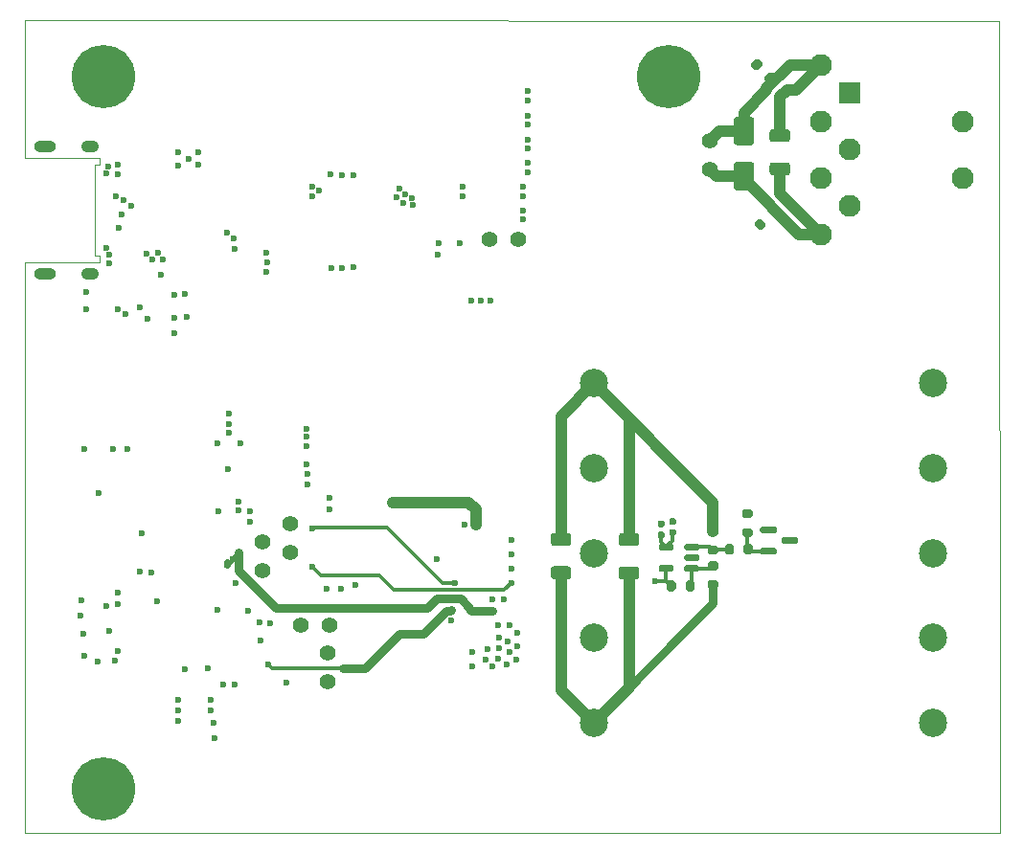
<source format=gbl>
G04 #@! TF.GenerationSoftware,KiCad,Pcbnew,9.0.1+1*
G04 #@! TF.CreationDate,2025-09-08T09:16:19+00:00*
G04 #@! TF.ProjectId,c64psu,63363470-7375-42e6-9b69-6361645f7063,rev?*
G04 #@! TF.SameCoordinates,Original*
G04 #@! TF.FileFunction,Copper,L4,Bot*
G04 #@! TF.FilePolarity,Positive*
%FSLAX46Y46*%
G04 Gerber Fmt 4.6, Leading zero omitted, Abs format (unit mm)*
G04 Created by KiCad (PCBNEW 9.0.1+1) date 2025-09-08 09:16:19*
%MOMM*%
%LPD*%
G01*
G04 APERTURE LIST*
G04 #@! TA.AperFunction,Profile*
%ADD10C,0.050000*%
G04 #@! TD*
G04 #@! TA.AperFunction,ComponentPad*
%ADD11C,2.500000*%
G04 #@! TD*
G04 #@! TA.AperFunction,ComponentPad*
%ADD12C,1.400000*%
G04 #@! TD*
G04 #@! TA.AperFunction,ComponentPad*
%ADD13C,3.600000*%
G04 #@! TD*
G04 #@! TA.AperFunction,ConnectorPad*
%ADD14C,5.600000*%
G04 #@! TD*
G04 #@! TA.AperFunction,ComponentPad*
%ADD15O,1.550000X1.050000*%
G04 #@! TD*
G04 #@! TA.AperFunction,ComponentPad*
%ADD16O,1.950000X1.050000*%
G04 #@! TD*
G04 #@! TA.AperFunction,ComponentPad*
%ADD17C,1.950000*%
G04 #@! TD*
G04 #@! TA.AperFunction,ComponentPad*
%ADD18R,1.950000X1.950000*%
G04 #@! TD*
G04 #@! TA.AperFunction,ViaPad*
%ADD19C,0.600000*%
G04 #@! TD*
G04 #@! TA.AperFunction,Conductor*
%ADD20C,1.000000*%
G04 #@! TD*
G04 #@! TA.AperFunction,Conductor*
%ADD21C,0.300000*%
G04 #@! TD*
G04 #@! TA.AperFunction,Conductor*
%ADD22C,0.800000*%
G04 #@! TD*
G04 #@! TA.AperFunction,Conductor*
%ADD23C,0.600000*%
G04 #@! TD*
G04 #@! TA.AperFunction,Conductor*
%ADD24C,0.400000*%
G04 #@! TD*
G04 APERTURE END LIST*
D10*
X219224551Y-37033468D02*
X219250062Y-108900624D01*
X133100087Y-108875624D01*
X133075074Y-58400000D01*
X139675000Y-58400000D01*
X139675000Y-57800000D01*
X139250000Y-57800000D01*
X139250000Y-49750000D01*
X139700000Y-49750000D01*
X139700000Y-49150000D01*
X133075000Y-49150000D01*
X133075000Y-37008468D01*
X219224551Y-37033468D01*
D11*
X183370000Y-69110000D03*
X183370000Y-76610000D03*
X183370000Y-84110000D03*
X183370000Y-91610000D03*
X183370000Y-99110000D03*
X213370000Y-69110000D03*
X213370000Y-76610000D03*
X213370000Y-84110000D03*
X213370000Y-91610000D03*
X213370000Y-99110000D03*
D12*
X157500000Y-90520000D03*
X160040000Y-90520000D03*
X159870000Y-92960001D03*
X159870000Y-95500001D03*
D13*
X190000000Y-42000000D03*
D14*
X190000000Y-42000000D03*
D12*
X156510000Y-84019999D03*
X156510000Y-81479999D03*
D15*
X138850000Y-48155000D03*
X138850000Y-59395000D03*
D16*
X134850000Y-48155000D03*
X134850000Y-59395000D03*
D12*
X154120000Y-83130000D03*
X154120000Y-85670000D03*
D13*
X140000000Y-105000000D03*
D14*
X140000000Y-105000000D03*
D12*
X174170300Y-56365150D03*
X176710300Y-56365150D03*
D17*
X215980000Y-50940000D03*
X215980000Y-45940000D03*
D18*
X205980000Y-43440000D03*
D17*
X205980000Y-48440000D03*
X205980000Y-53440000D03*
X203480000Y-45940000D03*
X203480000Y-50940000D03*
X203480000Y-40940000D03*
X203480000Y-55940000D03*
D12*
X193598800Y-50170399D03*
X193598800Y-47630399D03*
D13*
X140000000Y-42000000D03*
D14*
X140000000Y-42000000D03*
G04 #@! TA.AperFunction,SMDPad,CuDef*
G36*
G01*
X197296800Y-52036802D02*
X195996800Y-52036802D01*
G75*
G02*
X195746800Y-51786802I0J250000D01*
G01*
X195746800Y-49786802D01*
G75*
G02*
X195996800Y-49536802I250000J0D01*
G01*
X197296800Y-49536802D01*
G75*
G02*
X197546800Y-49786802I0J-250000D01*
G01*
X197546800Y-51786802D01*
G75*
G02*
X197296800Y-52036802I-250000J0D01*
G01*
G37*
G04 #@! TD.AperFunction*
G04 #@! TA.AperFunction,SMDPad,CuDef*
G36*
G01*
X197296800Y-48036800D02*
X195996800Y-48036800D01*
G75*
G02*
X195746800Y-47786800I0J250000D01*
G01*
X195746800Y-45786800D01*
G75*
G02*
X195996800Y-45536800I250000J0D01*
G01*
X197296800Y-45536800D01*
G75*
G02*
X197546800Y-45786800I0J-250000D01*
G01*
X197546800Y-47786800D01*
G75*
G02*
X197296800Y-48036800I-250000J0D01*
G01*
G37*
G04 #@! TD.AperFunction*
G04 #@! TA.AperFunction,SMDPad,CuDef*
G36*
G01*
X193628600Y-84830200D02*
X194178600Y-84830200D01*
G75*
G02*
X194378600Y-85030200I0J-200000D01*
G01*
X194378600Y-85430200D01*
G75*
G02*
X194178600Y-85630200I-200000J0D01*
G01*
X193628600Y-85630200D01*
G75*
G02*
X193428600Y-85430200I0J200000D01*
G01*
X193428600Y-85030200D01*
G75*
G02*
X193628600Y-84830200I200000J0D01*
G01*
G37*
G04 #@! TD.AperFunction*
G04 #@! TA.AperFunction,SMDPad,CuDef*
G36*
G01*
X193628600Y-86480200D02*
X194178600Y-86480200D01*
G75*
G02*
X194378600Y-86680200I0J-200000D01*
G01*
X194378600Y-87080200D01*
G75*
G02*
X194178600Y-87280200I-200000J0D01*
G01*
X193628600Y-87280200D01*
G75*
G02*
X193428600Y-87080200I0J200000D01*
G01*
X193428600Y-86680200D01*
G75*
G02*
X193628600Y-86480200I200000J0D01*
G01*
G37*
G04 #@! TD.AperFunction*
G04 #@! TA.AperFunction,SMDPad,CuDef*
G36*
G01*
X192706400Y-83431201D02*
X192706400Y-83731201D01*
G75*
G02*
X192556400Y-83881201I-150000J0D01*
G01*
X191531400Y-83881201D01*
G75*
G02*
X191381400Y-83731201I0J150000D01*
G01*
X191381400Y-83431201D01*
G75*
G02*
X191531400Y-83281201I150000J0D01*
G01*
X192556400Y-83281201D01*
G75*
G02*
X192706400Y-83431201I0J-150000D01*
G01*
G37*
G04 #@! TD.AperFunction*
G04 #@! TA.AperFunction,SMDPad,CuDef*
G36*
G01*
X192706400Y-84381200D02*
X192706400Y-84681200D01*
G75*
G02*
X192556400Y-84831200I-150000J0D01*
G01*
X191531400Y-84831200D01*
G75*
G02*
X191381400Y-84681200I0J150000D01*
G01*
X191381400Y-84381200D01*
G75*
G02*
X191531400Y-84231200I150000J0D01*
G01*
X192556400Y-84231200D01*
G75*
G02*
X192706400Y-84381200I0J-150000D01*
G01*
G37*
G04 #@! TD.AperFunction*
G04 #@! TA.AperFunction,SMDPad,CuDef*
G36*
G01*
X192706400Y-85331199D02*
X192706400Y-85631199D01*
G75*
G02*
X192556400Y-85781199I-150000J0D01*
G01*
X191531400Y-85781199D01*
G75*
G02*
X191381400Y-85631199I0J150000D01*
G01*
X191381400Y-85331199D01*
G75*
G02*
X191531400Y-85181199I150000J0D01*
G01*
X192556400Y-85181199D01*
G75*
G02*
X192706400Y-85331199I0J-150000D01*
G01*
G37*
G04 #@! TD.AperFunction*
G04 #@! TA.AperFunction,SMDPad,CuDef*
G36*
G01*
X190431400Y-85331199D02*
X190431400Y-85631199D01*
G75*
G02*
X190281400Y-85781199I-150000J0D01*
G01*
X189256400Y-85781199D01*
G75*
G02*
X189106400Y-85631199I0J150000D01*
G01*
X189106400Y-85331199D01*
G75*
G02*
X189256400Y-85181199I150000J0D01*
G01*
X190281400Y-85181199D01*
G75*
G02*
X190431400Y-85331199I0J-150000D01*
G01*
G37*
G04 #@! TD.AperFunction*
G04 #@! TA.AperFunction,SMDPad,CuDef*
G36*
G01*
X190431400Y-83431201D02*
X190431400Y-83731201D01*
G75*
G02*
X190281400Y-83881201I-150000J0D01*
G01*
X189256400Y-83881201D01*
G75*
G02*
X189106400Y-83731201I0J150000D01*
G01*
X189106400Y-83431201D01*
G75*
G02*
X189256400Y-83281201I150000J0D01*
G01*
X190281400Y-83281201D01*
G75*
G02*
X190431400Y-83431201I0J-150000D01*
G01*
G37*
G04 #@! TD.AperFunction*
G04 #@! TA.AperFunction,SMDPad,CuDef*
G36*
G01*
X179830000Y-82329999D02*
X181130000Y-82329999D01*
G75*
G02*
X181380000Y-82579999I0J-250000D01*
G01*
X181380000Y-83229999D01*
G75*
G02*
X181130000Y-83479999I-250000J0D01*
G01*
X179830000Y-83479999D01*
G75*
G02*
X179580000Y-83229999I0J250000D01*
G01*
X179580000Y-82579999D01*
G75*
G02*
X179830000Y-82329999I250000J0D01*
G01*
G37*
G04 #@! TD.AperFunction*
G04 #@! TA.AperFunction,SMDPad,CuDef*
G36*
G01*
X179830000Y-85280001D02*
X181130000Y-85280001D01*
G75*
G02*
X181380000Y-85530001I0J-250000D01*
G01*
X181380000Y-86180001D01*
G75*
G02*
X181130000Y-86430001I-250000J0D01*
G01*
X179830000Y-86430001D01*
G75*
G02*
X179580000Y-86180001I0J250000D01*
G01*
X179580000Y-85530001D01*
G75*
G02*
X179830000Y-85280001I250000J0D01*
G01*
G37*
G04 #@! TD.AperFunction*
G04 #@! TA.AperFunction,SMDPad,CuDef*
G36*
G01*
X192283800Y-86745400D02*
X192283800Y-87295400D01*
G75*
G02*
X192083800Y-87495400I-200000J0D01*
G01*
X191683800Y-87495400D01*
G75*
G02*
X191483800Y-87295400I0J200000D01*
G01*
X191483800Y-86745400D01*
G75*
G02*
X191683800Y-86545400I200000J0D01*
G01*
X192083800Y-86545400D01*
G75*
G02*
X192283800Y-86745400I0J-200000D01*
G01*
G37*
G04 #@! TD.AperFunction*
G04 #@! TA.AperFunction,SMDPad,CuDef*
G36*
G01*
X190633800Y-86745400D02*
X190633800Y-87295400D01*
G75*
G02*
X190433800Y-87495400I-200000J0D01*
G01*
X190033800Y-87495400D01*
G75*
G02*
X189833800Y-87295400I0J200000D01*
G01*
X189833800Y-86745400D01*
G75*
G02*
X190033800Y-86545400I200000J0D01*
G01*
X190433800Y-86545400D01*
G75*
G02*
X190633800Y-86745400I0J-200000D01*
G01*
G37*
G04 #@! TD.AperFunction*
G04 #@! TA.AperFunction,SMDPad,CuDef*
G36*
G01*
X197226600Y-82696000D02*
X196676600Y-82696000D01*
G75*
G02*
X196476600Y-82496000I0J200000D01*
G01*
X196476600Y-82096000D01*
G75*
G02*
X196676600Y-81896000I200000J0D01*
G01*
X197226600Y-81896000D01*
G75*
G02*
X197426600Y-82096000I0J-200000D01*
G01*
X197426600Y-82496000D01*
G75*
G02*
X197226600Y-82696000I-200000J0D01*
G01*
G37*
G04 #@! TD.AperFunction*
G04 #@! TA.AperFunction,SMDPad,CuDef*
G36*
G01*
X197226600Y-81046000D02*
X196676600Y-81046000D01*
G75*
G02*
X196476600Y-80846000I0J200000D01*
G01*
X196476600Y-80446000D01*
G75*
G02*
X196676600Y-80246000I200000J0D01*
G01*
X197226600Y-80246000D01*
G75*
G02*
X197426600Y-80446000I0J-200000D01*
G01*
X197426600Y-80846000D01*
G75*
G02*
X197226600Y-81046000I-200000J0D01*
G01*
G37*
G04 #@! TD.AperFunction*
G04 #@! TA.AperFunction,SMDPad,CuDef*
G36*
G01*
X199350551Y-53396940D02*
X199739460Y-53785849D01*
G75*
G02*
X199739460Y-54068691I-141421J-141421D01*
G01*
X199456617Y-54351534D01*
G75*
G02*
X199173775Y-54351534I-141421J141421D01*
G01*
X198784866Y-53962625D01*
G75*
G02*
X198784866Y-53679783I141421J141421D01*
G01*
X199067709Y-53396940D01*
G75*
G02*
X199350551Y-53396940I141421J-141421D01*
G01*
G37*
G04 #@! TD.AperFunction*
G04 #@! TA.AperFunction,SMDPad,CuDef*
G36*
G01*
X198183825Y-54563666D02*
X198572734Y-54952575D01*
G75*
G02*
X198572734Y-55235417I-141421J-141421D01*
G01*
X198289891Y-55518260D01*
G75*
G02*
X198007049Y-55518260I-141421J141421D01*
G01*
X197618140Y-55129351D01*
G75*
G02*
X197618140Y-54846509I141421J141421D01*
G01*
X197900983Y-54563666D01*
G75*
G02*
X198183825Y-54563666I141421J-141421D01*
G01*
G37*
G04 #@! TD.AperFunction*
G04 #@! TA.AperFunction,SMDPad,CuDef*
G36*
G01*
X199170000Y-46619999D02*
X200470000Y-46619999D01*
G75*
G02*
X200720000Y-46869999I0J-250000D01*
G01*
X200720000Y-47519999D01*
G75*
G02*
X200470000Y-47769999I-250000J0D01*
G01*
X199170000Y-47769999D01*
G75*
G02*
X198920000Y-47519999I0J250000D01*
G01*
X198920000Y-46869999D01*
G75*
G02*
X199170000Y-46619999I250000J0D01*
G01*
G37*
G04 #@! TD.AperFunction*
G04 #@! TA.AperFunction,SMDPad,CuDef*
G36*
G01*
X199170000Y-49570001D02*
X200470000Y-49570001D01*
G75*
G02*
X200720000Y-49820001I0J-250000D01*
G01*
X200720000Y-50470001D01*
G75*
G02*
X200470000Y-50720001I-250000J0D01*
G01*
X199170000Y-50720001D01*
G75*
G02*
X198920000Y-50470001I0J250000D01*
G01*
X198920000Y-49820001D01*
G75*
G02*
X199170000Y-49570001I250000J0D01*
G01*
G37*
G04 #@! TD.AperFunction*
G04 #@! TA.AperFunction,SMDPad,CuDef*
G36*
G01*
X194964600Y-84044200D02*
X194964600Y-83494200D01*
G75*
G02*
X195164600Y-83294200I200000J0D01*
G01*
X195564600Y-83294200D01*
G75*
G02*
X195764600Y-83494200I0J-200000D01*
G01*
X195764600Y-84044200D01*
G75*
G02*
X195564600Y-84244200I-200000J0D01*
G01*
X195164600Y-84244200D01*
G75*
G02*
X194964600Y-84044200I0J200000D01*
G01*
G37*
G04 #@! TD.AperFunction*
G04 #@! TA.AperFunction,SMDPad,CuDef*
G36*
G01*
X196614600Y-84044200D02*
X196614600Y-83494200D01*
G75*
G02*
X196814600Y-83294200I200000J0D01*
G01*
X197214600Y-83294200D01*
G75*
G02*
X197414600Y-83494200I0J-200000D01*
G01*
X197414600Y-84044200D01*
G75*
G02*
X197214600Y-84244200I-200000J0D01*
G01*
X196814600Y-84244200D01*
G75*
G02*
X196614600Y-84044200I0J200000D01*
G01*
G37*
G04 #@! TD.AperFunction*
G04 #@! TA.AperFunction,SMDPad,CuDef*
G36*
G01*
X189161600Y-81259200D02*
X189501600Y-81259200D01*
G75*
G02*
X189641600Y-81399200I0J-140000D01*
G01*
X189641600Y-81679200D01*
G75*
G02*
X189501600Y-81819200I-140000J0D01*
G01*
X189161600Y-81819200D01*
G75*
G02*
X189021600Y-81679200I0J140000D01*
G01*
X189021600Y-81399200D01*
G75*
G02*
X189161600Y-81259200I140000J0D01*
G01*
G37*
G04 #@! TD.AperFunction*
G04 #@! TA.AperFunction,SMDPad,CuDef*
G36*
G01*
X189161600Y-82219200D02*
X189501600Y-82219200D01*
G75*
G02*
X189641600Y-82359200I0J-140000D01*
G01*
X189641600Y-82639200D01*
G75*
G02*
X189501600Y-82779200I-140000J0D01*
G01*
X189161600Y-82779200D01*
G75*
G02*
X189021600Y-82639200I0J140000D01*
G01*
X189021600Y-82359200D01*
G75*
G02*
X189161600Y-82219200I140000J0D01*
G01*
G37*
G04 #@! TD.AperFunction*
G04 #@! TA.AperFunction,SMDPad,CuDef*
G36*
G01*
X198070600Y-84107200D02*
X198070600Y-83807200D01*
G75*
G02*
X198220600Y-83657200I150000J0D01*
G01*
X199395600Y-83657200D01*
G75*
G02*
X199545600Y-83807200I0J-150000D01*
G01*
X199545600Y-84107200D01*
G75*
G02*
X199395600Y-84257200I-150000J0D01*
G01*
X198220600Y-84257200D01*
G75*
G02*
X198070600Y-84107200I0J150000D01*
G01*
G37*
G04 #@! TD.AperFunction*
G04 #@! TA.AperFunction,SMDPad,CuDef*
G36*
G01*
X198070600Y-82207200D02*
X198070600Y-81907200D01*
G75*
G02*
X198220600Y-81757200I150000J0D01*
G01*
X199395600Y-81757200D01*
G75*
G02*
X199545600Y-81907200I0J-150000D01*
G01*
X199545600Y-82207200D01*
G75*
G02*
X199395600Y-82357200I-150000J0D01*
G01*
X198220600Y-82357200D01*
G75*
G02*
X198070600Y-82207200I0J150000D01*
G01*
G37*
G04 #@! TD.AperFunction*
G04 #@! TA.AperFunction,SMDPad,CuDef*
G36*
G01*
X199945601Y-83157200D02*
X199945601Y-82857200D01*
G75*
G02*
X200095601Y-82707200I150000J0D01*
G01*
X201270601Y-82707200D01*
G75*
G02*
X201420601Y-82857200I0J-150000D01*
G01*
X201420601Y-83157200D01*
G75*
G02*
X201270601Y-83307200I-150000J0D01*
G01*
X200095601Y-83307200D01*
G75*
G02*
X199945601Y-83157200I0J150000D01*
G01*
G37*
G04 #@! TD.AperFunction*
G04 #@! TA.AperFunction,SMDPad,CuDef*
G36*
G01*
X185840000Y-82349999D02*
X187140000Y-82349999D01*
G75*
G02*
X187390000Y-82599999I0J-250000D01*
G01*
X187390000Y-83249999D01*
G75*
G02*
X187140000Y-83499999I-250000J0D01*
G01*
X185840000Y-83499999D01*
G75*
G02*
X185590000Y-83249999I0J250000D01*
G01*
X185590000Y-82599999D01*
G75*
G02*
X185840000Y-82349999I250000J0D01*
G01*
G37*
G04 #@! TD.AperFunction*
G04 #@! TA.AperFunction,SMDPad,CuDef*
G36*
G01*
X185840000Y-85300001D02*
X187140000Y-85300001D01*
G75*
G02*
X187390000Y-85550001I0J-250000D01*
G01*
X187390000Y-86200001D01*
G75*
G02*
X187140000Y-86450001I-250000J0D01*
G01*
X185840000Y-86450001D01*
G75*
G02*
X185590000Y-86200001I0J250000D01*
G01*
X185590000Y-85550001D01*
G75*
G02*
X185840000Y-85300001I250000J0D01*
G01*
G37*
G04 #@! TD.AperFunction*
G04 #@! TA.AperFunction,SMDPad,CuDef*
G36*
G01*
X190517600Y-82548000D02*
X190177600Y-82548000D01*
G75*
G02*
X190037600Y-82408000I0J140000D01*
G01*
X190037600Y-82128000D01*
G75*
G02*
X190177600Y-81988000I140000J0D01*
G01*
X190517600Y-81988000D01*
G75*
G02*
X190657600Y-82128000I0J-140000D01*
G01*
X190657600Y-82408000D01*
G75*
G02*
X190517600Y-82548000I-140000J0D01*
G01*
G37*
G04 #@! TD.AperFunction*
G04 #@! TA.AperFunction,SMDPad,CuDef*
G36*
G01*
X190517600Y-81588000D02*
X190177600Y-81588000D01*
G75*
G02*
X190037600Y-81448000I0J140000D01*
G01*
X190037600Y-81168000D01*
G75*
G02*
X190177600Y-81028000I140000J0D01*
G01*
X190517600Y-81028000D01*
G75*
G02*
X190657600Y-81168000I0J-140000D01*
G01*
X190657600Y-81448000D01*
G75*
G02*
X190517600Y-81588000I-140000J0D01*
G01*
G37*
G04 #@! TD.AperFunction*
G04 #@! TA.AperFunction,SMDPad,CuDef*
G36*
G01*
X197313340Y-40831849D02*
X197702249Y-40442940D01*
G75*
G02*
X197985091Y-40442940I141421J-141421D01*
G01*
X198267934Y-40725783D01*
G75*
G02*
X198267934Y-41008625I-141421J-141421D01*
G01*
X197879025Y-41397534D01*
G75*
G02*
X197596183Y-41397534I-141421J141421D01*
G01*
X197313340Y-41114691D01*
G75*
G02*
X197313340Y-40831849I141421J141421D01*
G01*
G37*
G04 #@! TD.AperFunction*
G04 #@! TA.AperFunction,SMDPad,CuDef*
G36*
G01*
X198480066Y-41998575D02*
X198868975Y-41609666D01*
G75*
G02*
X199151817Y-41609666I141421J-141421D01*
G01*
X199434660Y-41892509D01*
G75*
G02*
X199434660Y-42175351I-141421J-141421D01*
G01*
X199045751Y-42564260D01*
G75*
G02*
X198762909Y-42564260I-141421J141421D01*
G01*
X198480066Y-42281417D01*
G75*
G02*
X198480066Y-41998575I141421J141421D01*
G01*
G37*
G04 #@! TD.AperFunction*
G04 #@! TA.AperFunction,SMDPad,CuDef*
G36*
G01*
X194178600Y-84232200D02*
X193628600Y-84232200D01*
G75*
G02*
X193428600Y-84032200I0J200000D01*
G01*
X193428600Y-83632200D01*
G75*
G02*
X193628600Y-83432200I200000J0D01*
G01*
X194178600Y-83432200D01*
G75*
G02*
X194378600Y-83632200I0J-200000D01*
G01*
X194378600Y-84032200D01*
G75*
G02*
X194178600Y-84232200I-200000J0D01*
G01*
G37*
G04 #@! TD.AperFunction*
G04 #@! TA.AperFunction,SMDPad,CuDef*
G36*
G01*
X194178600Y-82582200D02*
X193628600Y-82582200D01*
G75*
G02*
X193428600Y-82382200I0J200000D01*
G01*
X193428600Y-81982200D01*
G75*
G02*
X193628600Y-81782200I200000J0D01*
G01*
X194178600Y-81782200D01*
G75*
G02*
X194378600Y-81982200I0J-200000D01*
G01*
X194378600Y-82382200D01*
G75*
G02*
X194178600Y-82582200I-200000J0D01*
G01*
G37*
G04 #@! TD.AperFunction*
D19*
X177535865Y-48329416D03*
X158035465Y-78041544D03*
X147232327Y-61231221D03*
X147367023Y-63241024D03*
X151605000Y-95741000D03*
X154433265Y-59249852D03*
X175390000Y-88210000D03*
X141333500Y-50573950D03*
X146631130Y-48684508D03*
X151064199Y-76720200D03*
X140331850Y-57091395D03*
X173980000Y-92610000D03*
X148432067Y-48691598D03*
X177119813Y-54592482D03*
X157983504Y-74683571D03*
X174990000Y-92530000D03*
X138527300Y-61038750D03*
X150084899Y-74380500D03*
X151683800Y-86777400D03*
X154440694Y-57570786D03*
X189331600Y-81539200D03*
X174950000Y-90530000D03*
X145282548Y-58147437D03*
X177104954Y-53790096D03*
X177104954Y-51739555D03*
X149522200Y-98027000D03*
X198095437Y-55040963D03*
X160020000Y-79260000D03*
X169460400Y-84665999D03*
X174960000Y-93480000D03*
X138323400Y-93201000D03*
X147531100Y-49253150D03*
X138522300Y-62548750D03*
X144836226Y-57520465D03*
X141333500Y-49761150D03*
X177127243Y-52556800D03*
X140307085Y-50562617D03*
X143818100Y-57662976D03*
X149245400Y-94318600D03*
X166682700Y-52402750D03*
X146654600Y-97061800D03*
X154474999Y-58375000D03*
X138120200Y-88324200D03*
X160157760Y-58870423D03*
X138034789Y-89679611D03*
X146673671Y-49826047D03*
X172610000Y-94090000D03*
X141320600Y-87641000D03*
X169601100Y-57736750D03*
X141320600Y-92794600D03*
X153003299Y-80397700D03*
X175700000Y-93970000D03*
X176101001Y-84190000D03*
X160010000Y-80230000D03*
X146659800Y-98027000D03*
X145102500Y-59510000D03*
X167363100Y-53332350D03*
X177543295Y-44094603D03*
X144775000Y-88375000D03*
X197790637Y-40920237D03*
X147264200Y-94420200D03*
X175960000Y-90460000D03*
X140304600Y-88781400D03*
X176610000Y-92320000D03*
X144395672Y-58112274D03*
X140863400Y-74944200D03*
X146310724Y-63283560D03*
X177550724Y-46204580D03*
X158022475Y-76261883D03*
X140579500Y-58488140D03*
X146324903Y-61263122D03*
X160074001Y-50619797D03*
X148417887Y-49804776D03*
X170742500Y-90090001D03*
X162094824Y-50679232D03*
X157994999Y-73840000D03*
X146287500Y-64656750D03*
X177550724Y-50424534D03*
X158034999Y-77120000D03*
X165971500Y-52605950D03*
X140503893Y-90994456D03*
X161094700Y-50724549D03*
X176570000Y-93540000D03*
X192043900Y-84531200D03*
X143228200Y-85733400D03*
X171750508Y-52544481D03*
X174410000Y-88230000D03*
X177543295Y-45454201D03*
X146652601Y-98992200D03*
X153026099Y-81362900D03*
X190347600Y-81308000D03*
X141066600Y-93658200D03*
X139542600Y-93743611D03*
X140569594Y-57765003D03*
X161150000Y-58875000D03*
X161030000Y-87260000D03*
X138323400Y-74944200D03*
X171559500Y-56722749D03*
X149522200Y-97061800D03*
X174420000Y-94130000D03*
X162175539Y-58862446D03*
X171770320Y-51742096D03*
X177528436Y-43284788D03*
X176650000Y-91200000D03*
X167292300Y-52758350D03*
X173830000Y-93520000D03*
X150214499Y-80397700D03*
X177528436Y-47541890D03*
X166530300Y-53113950D03*
X166174700Y-51894750D03*
X174990000Y-91550000D03*
X172632500Y-92840000D03*
X138276507Y-91241944D03*
X142133400Y-74944200D03*
X177550724Y-49607290D03*
X157996495Y-73098764D03*
X152116899Y-74403300D03*
X150120848Y-89122200D03*
X175790000Y-91900000D03*
X169631099Y-56669949D03*
X140498762Y-49899690D03*
X171950000Y-81560000D03*
X198808100Y-82057200D03*
X175900000Y-92890000D03*
X172910000Y-81560000D03*
X165630000Y-79620000D03*
X151125000Y-72700000D03*
X190347600Y-82268000D03*
X174250000Y-61750000D03*
X151156092Y-71816415D03*
X189331600Y-82499200D03*
X173375000Y-61750000D03*
X172575000Y-61750000D03*
X151125000Y-73500000D03*
X152014000Y-84082400D03*
X150617000Y-95741000D03*
X152014198Y-79550000D03*
X149855000Y-100516200D03*
X151429800Y-84666600D03*
X196951600Y-80646000D03*
X149753400Y-99144600D03*
X141320600Y-88601000D03*
X152014198Y-80340000D03*
X150921800Y-85174600D03*
X144260200Y-85835000D03*
X174410000Y-89190000D03*
X141607500Y-54138750D03*
X141972586Y-62987169D03*
X141822754Y-52912510D03*
X143924300Y-63375550D03*
X142458534Y-53398090D03*
X141127500Y-52516750D03*
X143213100Y-62421750D03*
X141367500Y-55349750D03*
X141289958Y-62570008D03*
X139593400Y-78844200D03*
X143454200Y-82329800D03*
X151540302Y-56263550D03*
X159130000Y-52010000D03*
X158535728Y-52532220D03*
X158460000Y-51740000D03*
X151595100Y-57228750D03*
X150934700Y-55755550D03*
X176101001Y-85460000D03*
X153870000Y-90250000D03*
X152840000Y-89250000D03*
X176101001Y-82920000D03*
X154810000Y-90350000D03*
X162300000Y-86920000D03*
X153960000Y-91830000D03*
X159760000Y-87260000D03*
X156230000Y-95590000D03*
X188772800Y-86614000D03*
X158460000Y-85330000D03*
X176101001Y-86730000D03*
X158490000Y-81970000D03*
X171151001Y-86730000D03*
X154620000Y-93930000D03*
X170742500Y-89140002D03*
D20*
X172951000Y-80281000D02*
X172951000Y-81560000D01*
X172290000Y-79620000D02*
X172951000Y-80281000D01*
X165630000Y-79620000D02*
X172290000Y-79620000D01*
D21*
X189331600Y-82499200D02*
X189331600Y-83143901D01*
X189331600Y-83143901D02*
X189768900Y-83581201D01*
X190347600Y-83002501D02*
X189768900Y-83581201D01*
X190347600Y-82268000D02*
X190347600Y-83002501D01*
D20*
X180480000Y-96220000D02*
X183370000Y-99110000D01*
D22*
X193903600Y-86880200D02*
X193903600Y-88576400D01*
D20*
X180480000Y-85855001D02*
X180480000Y-96220000D01*
X186490000Y-95990000D02*
X183370000Y-99110000D01*
D22*
X193903600Y-88576400D02*
X183370000Y-99110000D01*
D20*
X186490000Y-85875001D02*
X186490000Y-95990000D01*
X193903600Y-79643600D02*
X193903600Y-82182200D01*
X183370000Y-69110000D02*
X186490000Y-72230000D01*
X186490000Y-72230000D02*
X186490000Y-82924999D01*
X183370000Y-69110000D02*
X193903600Y-79643600D01*
X180480000Y-72000000D02*
X180480000Y-82904999D01*
X183370000Y-69110000D02*
X180480000Y-72000000D01*
X196646800Y-51054000D02*
X201532800Y-55940000D01*
X199820000Y-50145001D02*
X199820000Y-52280000D01*
X196646800Y-50786802D02*
X194215203Y-50786802D01*
X201532800Y-55940000D02*
X203480000Y-55940000D01*
X194215203Y-50786802D02*
X193598800Y-50170399D01*
X196646800Y-50786802D02*
X196646800Y-51054000D01*
X199820000Y-52280000D02*
X203480000Y-55940000D01*
X194442399Y-46786800D02*
X193598800Y-47630399D01*
X199820000Y-47194999D02*
X199820000Y-43780000D01*
X201280000Y-43140000D02*
X203480000Y-40940000D01*
X200460000Y-43140000D02*
X201280000Y-43140000D01*
X199820000Y-43780000D02*
X200460000Y-43140000D01*
X196646800Y-46786800D02*
X194442399Y-46786800D01*
X196646800Y-46786800D02*
X196646800Y-45161200D01*
X198668000Y-43140000D02*
X198668000Y-42987600D01*
X196646800Y-45161200D02*
X198668000Y-43140000D01*
X198668000Y-42987600D02*
X200715600Y-40940000D01*
X200715600Y-40940000D02*
X203480000Y-40940000D01*
D22*
X152014000Y-85704000D02*
X152014000Y-84082400D01*
X168680000Y-88930000D02*
X155240000Y-88930000D01*
X155240000Y-88930000D02*
X152014000Y-85704000D01*
D23*
X150921800Y-84918200D02*
X150921800Y-85174600D01*
D22*
X172380000Y-89050000D02*
X172380000Y-88930000D01*
D24*
X152014000Y-84082400D02*
X150921800Y-85174600D01*
D22*
X172380000Y-88930000D02*
X171589002Y-88139002D01*
X169470998Y-88139002D02*
X168680000Y-88930000D01*
X171589002Y-88139002D02*
X169470998Y-88139002D01*
X174410000Y-89190000D02*
X172520000Y-89190000D01*
X172520000Y-89190000D02*
X172380000Y-89050000D01*
D21*
X193652601Y-83581201D02*
X193903600Y-83832200D01*
X192043900Y-83581201D02*
X193652601Y-83581201D01*
X193966600Y-83769200D02*
X193903600Y-83832200D01*
X195364600Y-83769200D02*
X193966600Y-83769200D01*
X192043900Y-86860300D02*
X191883800Y-87020400D01*
X192043900Y-85481199D02*
X193652601Y-85481199D01*
X192043900Y-85481199D02*
X192043900Y-86860300D01*
X193652601Y-85481199D02*
X193903600Y-85230200D01*
X196951600Y-82296000D02*
X196951600Y-83706200D01*
X197202600Y-83957200D02*
X197014600Y-83769200D01*
X198808100Y-83957200D02*
X197202600Y-83957200D01*
X196951600Y-83706200D02*
X197014600Y-83769200D01*
X188831300Y-86555500D02*
X188772800Y-86614000D01*
X189768900Y-85481199D02*
X189768900Y-86555500D01*
X189768900Y-86555500D02*
X190233800Y-87020400D01*
X189768900Y-86555500D02*
X188831300Y-86555500D01*
X164980000Y-86640000D02*
X164460000Y-86120000D01*
X164460000Y-86120000D02*
X160080000Y-86120000D01*
X165721000Y-87381000D02*
X164980000Y-86640000D01*
X175450001Y-87381000D02*
X165721000Y-87381000D01*
X160080000Y-86120000D02*
X159250000Y-86120000D01*
X159250000Y-86120000D02*
X158460000Y-85330000D01*
X176101001Y-86730000D02*
X175450001Y-87381000D01*
X171151001Y-86730000D02*
X169970000Y-86730000D01*
X165060000Y-81820000D02*
X158640000Y-81820000D01*
X158640000Y-81820000D02*
X158490000Y-81970000D01*
X169970000Y-86730000D02*
X165060000Y-81820000D01*
D22*
X163150000Y-94290000D02*
X166190000Y-91250000D01*
X168308294Y-91250000D02*
X170369293Y-89189001D01*
X170369293Y-89189001D02*
X170693501Y-89189001D01*
D21*
X154980000Y-94290000D02*
X154620000Y-93930000D01*
D22*
X161200000Y-94290000D02*
X163150000Y-94290000D01*
X170693501Y-89189001D02*
X170742500Y-89140002D01*
X166190000Y-91250000D02*
X168308294Y-91250000D01*
D21*
X161200000Y-94290000D02*
X154980000Y-94290000D01*
M02*

</source>
